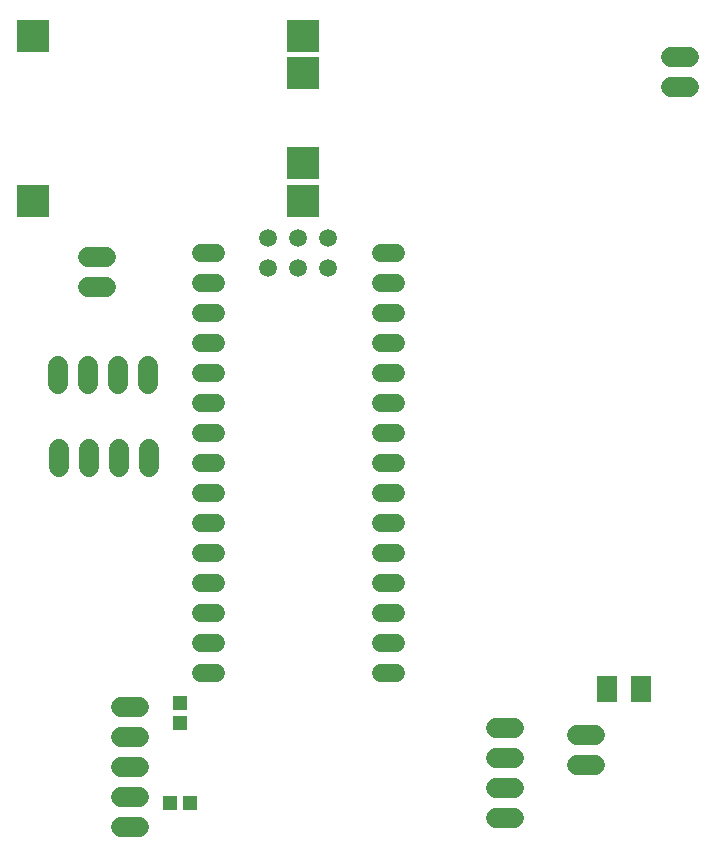
<source format=gbr>
G04 EAGLE Gerber X2 export*
%TF.Part,Single*%
%TF.FileFunction,Soldermask,Top,1*%
%TF.FilePolarity,Negative*%
%TF.GenerationSoftware,Autodesk,EAGLE,9.1.1*%
%TF.CreationDate,2018-09-05T07:54:37Z*%
G75*
%MOMM*%
%FSLAX34Y34*%
%LPD*%
%AMOC8*
5,1,8,0,0,1.08239X$1,22.5*%
G01*
%ADD10C,1.727200*%
%ADD11R,1.303200X1.203200*%
%ADD12R,1.203200X1.303200*%
%ADD13R,1.803200X2.203200*%
%ADD14R,2.703200X2.703200*%
%ADD15C,1.511200*%
%ADD16C,1.511200*%
%ADD17C,0.959600*%


D10*
X575320Y839000D02*
X560080Y839000D01*
X560080Y864400D02*
X575320Y864400D01*
X427320Y220700D02*
X412080Y220700D01*
X412080Y246100D02*
X427320Y246100D01*
X427320Y271500D02*
X412080Y271500D01*
X412080Y296900D02*
X427320Y296900D01*
X117600Y588180D02*
X117600Y603420D01*
X92200Y603420D02*
X92200Y588180D01*
X66800Y588180D02*
X66800Y603420D01*
X41400Y603420D02*
X41400Y588180D01*
X94680Y314000D02*
X109920Y314000D01*
X109920Y288600D02*
X94680Y288600D01*
X94680Y263200D02*
X109920Y263200D01*
X109920Y237800D02*
X94680Y237800D01*
X94680Y212400D02*
X109920Y212400D01*
X480580Y265600D02*
X495820Y265600D01*
X495820Y291000D02*
X480580Y291000D01*
X81820Y670100D02*
X66580Y670100D01*
X66580Y695500D02*
X81820Y695500D01*
X118300Y532420D02*
X118300Y517180D01*
X92900Y517180D02*
X92900Y532420D01*
X67500Y532420D02*
X67500Y517180D01*
X42100Y517180D02*
X42100Y532420D01*
D11*
X152900Y232700D03*
X135900Y232700D03*
D12*
X144200Y300800D03*
X144200Y317800D03*
D13*
X534300Y329900D03*
X506300Y329900D03*
D14*
X19950Y882450D03*
X19950Y742750D03*
X248550Y850700D03*
X248550Y774500D03*
X248550Y882450D03*
X248550Y742750D03*
D15*
X314260Y698900D02*
X327340Y698900D01*
X327340Y673500D02*
X314260Y673500D01*
X314260Y648100D02*
X327340Y648100D01*
X327340Y622700D02*
X314260Y622700D01*
X314260Y597300D02*
X327340Y597300D01*
X327340Y571900D02*
X314260Y571900D01*
X314260Y546500D02*
X327340Y546500D01*
X327340Y521100D02*
X314260Y521100D01*
X314260Y495700D02*
X327340Y495700D01*
X327340Y470300D02*
X314260Y470300D01*
X314260Y444900D02*
X327340Y444900D01*
X327340Y419500D02*
X314260Y419500D01*
X174940Y698900D02*
X161860Y698900D01*
X161860Y673500D02*
X174940Y673500D01*
X174940Y648100D02*
X161860Y648100D01*
X161860Y495700D02*
X174940Y495700D01*
X174940Y470300D02*
X161860Y470300D01*
X161860Y444900D02*
X174940Y444900D01*
X174940Y419500D02*
X161860Y419500D01*
X161860Y343300D02*
X174940Y343300D01*
X314260Y343300D02*
X327340Y343300D01*
X327340Y368700D02*
X314260Y368700D01*
X314260Y394100D02*
X327340Y394100D01*
X174940Y368700D02*
X161860Y368700D01*
X161860Y394100D02*
X174940Y394100D01*
X174940Y622700D02*
X161860Y622700D01*
D16*
X219200Y686200D03*
X244600Y686200D03*
X270000Y686200D03*
D15*
X174940Y521100D02*
X161860Y521100D01*
X161860Y546500D02*
X174940Y546500D01*
X174940Y571900D02*
X161860Y571900D01*
X161860Y597300D02*
X174940Y597300D01*
D16*
X219200Y711600D03*
X244600Y711600D03*
X270000Y711600D03*
D17*
X534300Y329900D03*
X152900Y232700D03*
M02*

</source>
